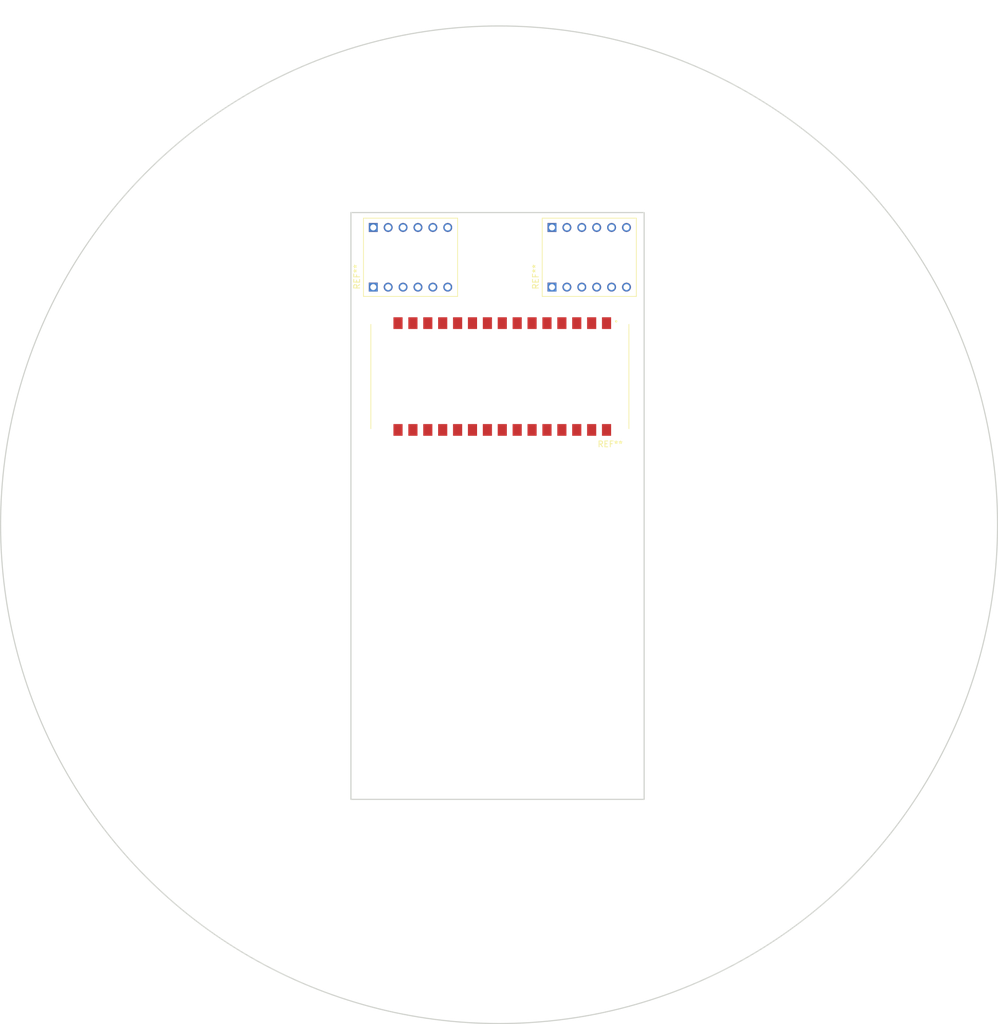
<source format=kicad_pcb>
(kicad_pcb (version 20211014) (generator pcbnew)
  (title_block (title "Physical Layout Self Driving Car") (date "2023-08-08") (rev "v1.0") (comment 2 "EEE3099S") (comment 3 "University of Cape Town") (comment 4 "Friso Vijverberg"))
  (layers (0 "F.Cu" signal) (31 "B.Cu" signal) (34 "B.Paste" user) (35 "F.Paste" user) (36 "B.SilkS" user "B.Silkscreen") (37 "F.SilkS" user "F.Silkscreen") (38 "B.Mask" user) (39 "F.Mask" user) (44 "Edge.Cuts" user))
  (net 0 "")
  (footprint "BOB-12009:CONV_BOB-12009" (layer "F.Cu") (at 119.38 58.42 90)
    (fp_text reference "REF**" (at -3.325 -9.135 90) (layer "F.SilkS"))
    (fp_text value "CONV_BOB-12009")
    (fp_line (start -6.665 8.025) (end -6.665 -8.025) (layer "F.SilkS") (width 0.127))
    (fp_line (start 6.665 8.025) (end -6.665 8.025) (layer "F.SilkS") (width 0.127))
    (fp_line (start 6.665 -8.025) (end 6.665 8.025) (layer "F.SilkS") (width 0.127))
    (fp_line (start -6.665 -8.025) (end 6.665 -8.025) (layer "F.SilkS") (width 0.127))
    (pad "GND_1" thru_hole circle locked (at 5.08 1.27 90) (size 1.524 1.524) (drill 1.016) (layers *.Cu *.Mask))
    (pad "GND_2" thru_hole circle locked (at -5.08 1.27 90) (size 1.524 1.524) (drill 1.016) (layers *.Cu *.Mask))
    (pad "HV" thru_hole circle locked (at 5.08 -1.27 90) (size 1.524 1.524) (drill 1.016) (layers *.Cu *.Mask))
    (pad "HV1" thru_hole rect locked (at 5.08 -6.35 90) (size 1.524 1.524) (drill 1.016) (layers *.Cu *.Mask))
    (pad "HV2" thru_hole circle locked (at 5.08 -3.81 90) (size 1.524 1.524) (drill 1.016) (layers *.Cu *.Mask))
    (pad "HV3" thru_hole circle locked (at 5.08 3.81 90) (size 1.524 1.524) (drill 1.016) (layers *.Cu *.Mask))
    (pad "HV4" thru_hole circle locked (at 5.08 6.35 90) (size 1.524 1.524) (drill 1.016) (layers *.Cu *.Mask))
    (pad "LV" thru_hole circle locked (at -5.08 -1.27 90) (size 1.524 1.524) (drill 1.016) (layers *.Cu *.Mask))
    (pad "LV1" thru_hole rect locked (at -5.08 -6.35 90) (size 1.524 1.524) (drill 1.016) (layers *.Cu *.Mask))
    (pad "LV2" thru_hole circle locked (at -5.08 -3.81 90) (size 1.524 1.524) (drill 1.016) (layers *.Cu *.Mask))
    (pad "LV3" thru_hole circle locked (at -5.08 3.81 90) (size 1.524 1.524) (drill 1.016) (layers *.Cu *.Mask))
    (pad "LV4" thru_hole circle locked (at -5.08 6.35 90) (size 1.524 1.524) (drill 1.016) (layers *.Cu *.Mask))
  )
  (footprint "ABX00027:MODULE_ABX00027" (layer "F.Cu") (at 104.14 78.74 180)
    (fp_text reference "REF**" (at -18.825 -11.525) (layer "F.SilkS"))
    (fp_text value "MODULE_ABX00027")
    (fp_line (start -22 -8.89) (end -22 8.89) (layer "F.SilkS") (width 0.127))
    (fp_line (start 22 8.89) (end 22 -8.89) (layer "F.SilkS") (width 0.127))
    (fp_circle (center -19.83 9.4) (end -19.73 9.4) (layer "F.SilkS") (width 0.2) (fill none))
    (pad "" np_thru_hole circle locked (at -20.73 7.62 180) (size 1.651 1.651) (drill 1.651) (layers *.Cu *.Mask))
    (pad "" np_thru_hole circle locked (at 19.91 7.62 180) (size 1.651 1.651) (drill 1.651) (layers *.Cu *.Mask))
    (pad "" np_thru_hole circle locked (at 19.91 -7.62 180) (size 1.651 1.651) (drill 1.651) (layers *.Cu *.Mask))
    (pad "" np_thru_hole circle locked (at -20.73 -7.62 180) (size 1.651 1.651) (drill 1.651) (layers *.Cu *.Mask))
    (pad "1" smd rect locked (at -18.19 9.1 180) (size 1.56 2) (layers "F.Cu" "F.Paste" "F.Mask"))
    (pad "2" smd rect locked (at -15.65 9.1 180) (size 1.56 2) (layers "F.Cu" "F.Paste" "F.Mask"))
    (pad "3" smd rect locked (at -13.11 9.1 180) (size 1.56 2) (layers "F.Cu" "F.Paste" "F.Mask"))
    (pad "4" smd rect locked (at -10.57 9.1 180) (size 1.56 2) (layers "F.Cu" "F.Paste" "F.Mask"))
    (pad "5" smd rect locked (at -8.03 9.1 180) (size 1.56 2) (layers "F.Cu" "F.Paste" "F.Mask"))
    (pad "6" smd rect locked (at -5.49 9.1 180) (size 1.56 2) (layers "F.Cu" "F.Paste" "F.Mask"))
    (pad "7" smd rect locked (at -2.95 9.1 180) (size 1.56 2) (layers "F.Cu" "F.Paste" "F.Mask"))
    (pad "8" smd rect locked (at -0.41 9.1 180) (size 1.56 2) (layers "F.Cu" "F.Paste" "F.Mask"))
    (pad "9" smd rect locked (at 2.13 9.1 180) (size 1.56 2) (layers "F.Cu" "F.Paste" "F.Mask"))
    (pad "10" smd rect locked (at 4.67 9.1 180) (size 1.56 2) (layers "F.Cu" "F.Paste" "F.Mask"))
    (pad "11" smd rect locked (at 7.21 9.1 180) (size 1.56 2) (layers "F.Cu" "F.Paste" "F.Mask"))
    (pad "12" smd rect locked (at 9.75 9.1 180) (size 1.56 2) (layers "F.Cu" "F.Paste" "F.Mask"))
    (pad "13" smd rect locked (at 12.29 9.1 180) (size 1.56 2) (layers "F.Cu" "F.Paste" "F.Mask"))
    (pad "14" smd rect locked (at 14.83 9.1 180) (size 1.56 2) (layers "F.Cu" "F.Paste" "F.Mask"))
    (pad "15" smd rect locked (at 17.37 9.1 180) (size 1.56 2) (layers "F.Cu" "F.Paste" "F.Mask"))
    (pad "16" smd rect locked (at 17.37 -9.1) (size 1.56 2) (layers "F.Cu" "F.Paste" "F.Mask"))
    (pad "17" smd rect locked (at 14.83 -9.1) (size 1.56 2) (layers "F.Cu" "F.Paste" "F.Mask"))
    (pad "18" smd rect locked (at 12.29 -9.1) (size 1.56 2) (layers "F.Cu" "F.Paste" "F.Mask"))
    (pad "19" smd rect locked (at 9.75 -9.1) (size 1.56 2) (layers "F.Cu" "F.Paste" "F.Mask"))
    (pad "20" smd rect locked (at 7.21 -9.1) (size 1.56 2) (layers "F.Cu" "F.Paste" "F.Mask"))
    (pad "21" smd rect locked (at 4.67 -9.1) (size 1.56 2) (layers "F.Cu" "F.Paste" "F.Mask"))
    (pad "22" smd rect locked (at 2.13 -9.1) (size 1.56 2) (layers "F.Cu" "F.Paste" "F.Mask"))
    (pad "23" smd rect locked (at -0.41 -9.1) (size 1.56 2) (layers "F.Cu" "F.Paste" "F.Mask"))
    (pad "24" smd rect locked (at -2.95 -9.1) (size 1.56 2) (layers "F.Cu" "F.Paste" "F.Mask"))
    (pad "25" smd rect locked (at -5.49 -9.1) (size 1.56 2) (layers "F.Cu" "F.Paste" "F.Mask"))
    (pad "26" smd rect locked (at -8.03 -9.1) (size 1.56 2) (layers "F.Cu" "F.Paste" "F.Mask"))
    (pad "27" smd rect locked (at -10.57 -9.1) (size 1.56 2) (layers "F.Cu" "F.Paste" "F.Mask"))
    (pad "28" smd rect locked (at -13.11 -9.1) (size 1.56 2) (layers "F.Cu" "F.Paste" "F.Mask"))
    (pad "29" smd rect locked (at -15.65 -9.1) (size 1.56 2) (layers "F.Cu" "F.Paste" "F.Mask"))
    (pad "30" smd rect locked (at -18.19 -9.1) (size 1.56 2) (layers "F.Cu" "F.Paste" "F.Mask"))
  )
  (footprint "BOB-12009:CONV_BOB-12009" (layer "F.Cu") (at 88.9 58.42 90)
    (fp_text reference "REF**" (at -3.325 -9.135 90) (layer "F.SilkS"))
    (fp_text value "CONV_BOB-12009")
    (fp_line (start 6.665 -8.025) (end 6.665 8.025) (layer "F.SilkS") (width 0.127))
    (fp_line (start 6.665 8.025) (end -6.665 8.025) (layer "F.SilkS") (width 0.127))
    (fp_line (start -6.665 -8.025) (end 6.665 -8.025) (layer "F.SilkS") (width 0.127))
    (fp_line (start -6.665 8.025) (end -6.665 -8.025) (layer "F.SilkS") (width 0.127))
    (pad "GND_1" thru_hole circle locked (at 5.08 1.27 90) (size 1.524 1.524) (drill 1.016) (layers *.Cu *.Mask))
    (pad "GND_2" thru_hole circle locked (at -5.08 1.27 90) (size 1.524 1.524) (drill 1.016) (layers *.Cu *.Mask))
    (pad "HV" thru_hole circle locked (at 5.08 -1.27 90) (size 1.524 1.524) (drill 1.016) (layers *.Cu *.Mask))
    (pad "HV1" thru_hole rect locked (at 5.08 -6.35 90) (size 1.524 1.524) (drill 1.016) (layers *.Cu *.Mask))
    (pad "HV2" thru_hole circle locked (at 5.08 -3.81 90) (size 1.524 1.524) (drill 1.016) (layers *.Cu *.Mask))
    (pad "HV3" thru_hole circle locked (at 5.08 3.81 90) (size 1.524 1.524) (drill 1.016) (layers *.Cu *.Mask))
    (pad "HV4" thru_hole circle locked (at 5.08 6.35 90) (size 1.524 1.524) (drill 1.016) (layers *.Cu *.Mask))
    (pad "LV" thru_hole circle locked (at -5.08 -1.27 90) (size 1.524 1.524) (drill 1.016) (layers *.Cu *.Mask))
    (pad "LV1" thru_hole rect locked (at -5.08 -6.35 90) (size 1.524 1.524) (drill 1.016) (layers *.Cu *.Mask))
    (pad "LV2" thru_hole circle locked (at -5.08 -3.81 90) (size 1.524 1.524) (drill 1.016) (layers *.Cu *.Mask))
    (pad "LV3" thru_hole circle locked (at -5.08 3.81 90) (size 1.524 1.524) (drill 1.016) (layers *.Cu *.Mask))
    (pad "LV4" thru_hole circle locked (at -5.08 6.35 90) (size 1.524 1.524) (drill 1.016) (layers *.Cu *.Mask))
  )
  (gr_circle (center 104 104) (end 189 104) (layer "Edge.Cuts") (width 0.2) (fill none))
  (gr_rect (start 78.74 50.8) (end 128.74 150.8) (layer "Edge.Cuts") (width 0.2) (fill none))
)
</source>
